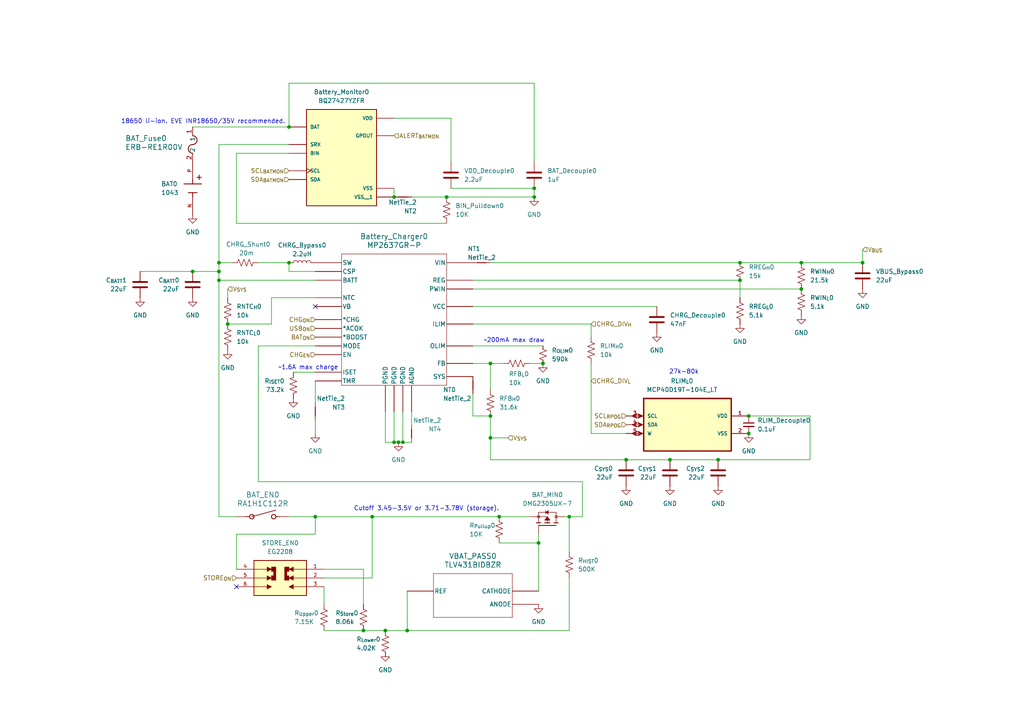
<source format=kicad_sch>
(kicad_sch (version 20250114) (generator "eeschema") (generator_version "9.0")
  (paper "A4")
  (title_block (title "Stenoswitch") (rev "0.1") (company "https://github.com/Bennett-Petzold/port_plover") (comment 1 "NO WARRANTY. See license.") (comment 2 "https://creativecommons.org/licenses/by-sa/4.0/") (comment 3 "© 2025. This work is openly licensed via CC BY-SA 4.0."))
  (lib_symbols
    (symbol "1042:1042" (pin_names (offset 1.016))
      (property "Reference" "BT" (at -3.81 3.81 0))
      (property "Value" "1042" (at -3.81 -5.08 0))
      (symbol "1042_0_0"
        (polyline (pts (xy -3.81 1.905) (xy -2.54 1.905)) (stroke (width 0.254)))
        (polyline (pts (xy -3.175 2.54) (xy -3.175 1.27)) (stroke (width 0.254)))
        (polyline (pts (xy -1.27 2.54) (xy -1.27 -2.54)) (stroke (width 0.254)))
        (polyline (pts (xy -1.27 0) (xy -2.54 0)) (stroke (width 0.254)))
        (polyline (pts (xy 1.27 1.27) (xy 1.27 -1.27)) (stroke (width 0.254)))
        (polyline (pts (xy 1.27 0) (xy 2.54 0)) (stroke (width 0.254)))
        (pin passive line (at -7.62 0 0) (length 5.08) (name "~") (number "P"))
        (pin passive line (at 7.62 0 180) (length 5.08) (name "~") (number "N"))
      )
    )
    (symbol "BQ27427YZFR:BQ27427YZFR" (pin_numbers (hide yes)) (pin_names (offset 1.016))
      (property "Reference" "Battery_Monitor0" (at 0 17.78 0))
      (property "Value" "BQ27427YZFR" (at 0 15.24 0))
      (symbol "BQ27427YZFR_0_0"
        (rectangle (start -10.16 12.7) (end 10.16 -15.24) (stroke (width 0.254)) (fill (type background)))
        (pin input line (at -15.24 7.62 0) (length 5.08) (name "BAT") (number "C3"))
        (pin input line (at -15.24 2.54 0) (length 5.08) (name "SRX") (number "C2"))
        (pin input line (at -15.24 0 0) (length 5.08) (name "BIN") (number "B1"))
        (pin bidirectional clock (at -15.24 -5.08 0) (length 5.08) (name "SCL") (number "A3"))
        (pin bidirectional line (at -15.24 -7.62 0) (length 5.08) (name "SDA") (number "A2"))
        (pin output line (at 15.24 10.16 180) (length 5.08) (name "VDD") (number "B3"))
        (pin output line (at 15.24 5.08 180) (length 5.08) (name "GPOUT") (number "A1"))
        (pin power_in line (at 15.24 -10.16 180) (length 5.08) (name "VSS") (number "B2"))
        (pin power_in line (at 15.24 -12.7 180) (length 5.08) (name "VSS__1") (number "C1"))
      )
    )
    (symbol "DMG2305UX-7:DMG2305UX-7" (pin_numbers (hide yes)) (pin_names (offset 1.016))
      (property "Reference" "Q" (at -8.89 3.81 0))
      (property "Value" "DMG2305UX-7" (at -8.89 -6.35 0))
      (symbol "DMG2305UX-7_0_0"
        (polyline (pts (xy 0 -2.54) (xy 0 2.54)) (stroke (width 0.254)))
        (polyline (pts (xy 0.762 1.905) (xy 0.762 3.175)) (stroke (width 0.254)))
        (polyline (pts (xy 0.762 0) (xy 0.762 0.762)) (stroke (width 0.254)))
        (polyline (pts (xy 0.762 0) (xy 2.54 0)) (stroke (width 0.1524)))
        (polyline (pts (xy 0.762 -0.762) (xy 0.762 0)) (stroke (width 0.254)))
        (polyline (pts (xy 0.762 -2.54) (xy 0.762 -1.905)) (stroke (width 0.254)))
        (polyline (pts (xy 0.762 -2.54) (xy 2.54 -2.54)) (stroke (width 0.1524)))
        (polyline (pts (xy 0.762 -3.175) (xy 0.762 -2.54)) (stroke (width 0.254)))
        (circle (center 2.54 2.54) (radius 0.3592))
        (polyline (pts (xy 2.54 0) (xy 1.524 0.762) (xy 1.524 -0.762) (xy 2.54 0)) (stroke (width 0.1524)) (fill (type outline)))
        (polyline (pts (xy 2.54 -2.54) (xy 2.54 0)) (stroke (width 0.1524)))
        (polyline (pts (xy 2.54 -2.54) (xy 3.81 -2.54)) (stroke (width 0.1524)))
        (circle (center 2.54 -2.54) (radius 0.3592))
        (polyline (pts (xy 3.81 2.54) (xy 0.762 2.54)) (stroke (width 0.1524)))
        (polyline (pts (xy 3.81 2.54) (xy 3.81 -0.508)) (stroke (width 0.1524)))
        (polyline (pts (xy 3.81 -0.508) (xy 3.302 -0.508)) (stroke (width 0.1524)))
        (polyline (pts (xy 3.81 -0.508) (xy 3.81 -2.54)) (stroke (width 0.1524)))
        (polyline (pts (xy 3.81 -0.508) (xy 3.302 0.254) (xy 4.318 0.254) (xy 3.81 -0.508)) (stroke (width 0.1524)) (fill (type outline)))
        (polyline (pts (xy 4.318 -0.508) (xy 3.81 -0.508)) (stroke (width 0.1524)))
        (pin passive line (at -2.54 -2.54 0) (length 2.54) (name "~") (number "1"))
        (pin passive line (at 2.54 5.08 270) (length 2.54) (name "~") (number "3"))
        (pin passive line (at 2.54 -5.08 90) (length 2.54) (name "~") (number "2"))
      )
    )
    (symbol "Device:C" (pin_numbers (hide yes)) (pin_names (offset 0.254))
      (property "Reference" "C" (at 0.635 2.54 0))
      (property "Value" "C" (at 0.635 -2.54 0))
      (symbol "C_0_1"
        (polyline (pts (xy -2.032 0.762) (xy 2.032 0.762)) (stroke (width 0.508)))
        (polyline (pts (xy -2.032 -0.762) (xy 2.032 -0.762)) (stroke (width 0.508)))
      )
      (symbol "C_1_1"
        (pin passive line (at 0 3.81 270) (length 2.794) (name "~") (number "1"))
        (pin passive line (at 0 -3.81 90) (length 2.794) (name "~") (number "2"))
      )
    )
    (symbol "Device:C_Small" (pin_numbers (hide yes)) (pin_names (offset 0.254) (hide yes))
      (property "Reference" "C" (at 0.254 1.778 0))
      (property "Value" "C_Small" (at 0.254 -2.032 0))
      (symbol "C_Small_0_1"
        (polyline (pts (xy -1.524 0.508) (xy 1.524 0.508)) (stroke (width 0.3048)))
        (polyline (pts (xy -1.524 -0.508) (xy 1.524 -0.508)) (stroke (width 0.3302)))
      )
      (symbol "C_Small_1_1"
        (pin passive line (at 0 2.54 270) (length 2.032) (name "~") (number "1"))
        (pin passive line (at 0 -2.54 90) (length 2.032) (name "~") (number "2"))
      )
    )
    (symbol "Device:L" (pin_numbers (hide yes)) (pin_names (offset 1.016) (hide yes))
      (property "Reference" "L" (at -1.27 0 90))
      (property "Value" "L" (at 1.905 0 90))
      (symbol "L_0_1"
        (arc (start 0 2.54) (mid 0.6323 1.905) (end 0 1.27))
        (arc (start 0 1.27) (mid 0.6323 0.635) (end 0 0))
        (arc (start 0 0) (mid 0.6323 -0.635) (end 0 -1.27))
        (arc (start 0 -1.27) (mid 0.6323 -1.905) (end 0 -2.54))
      )
      (symbol "L_1_1"
        (pin passive line (at 0 3.81 270) (length 1.27) (name "1") (number "1"))
        (pin passive line (at 0 -3.81 90) (length 1.27) (name "2") (number "2"))
      )
    )
    (symbol "Device:NetTie_2" (pin_numbers (hide yes)) (pin_names (offset 0) (hide yes)) (in_bom no)
      (property "Reference" "NT" (at 0 1.27 0))
      (property "Value" "NetTie_2" (at 0 -1.27 0))
      (symbol "NetTie_2_0_1"
        (polyline (pts (xy -1.27 0) (xy 1.27 0)) (stroke (width 0.254)))
      )
      (symbol "NetTie_2_1_1"
        (pin passive line (at -2.54 0 0) (length 2.54) (name "1") (number "1"))
        (pin passive line (at 2.54 0 180) (length 2.54) (name "2") (number "2"))
      )
    )
    (symbol "Device:R_Small_US" (pin_numbers (hide yes)) (pin_names (offset 0.254) (hide yes))
      (property "Reference" "R" (at 0.762 0.508 0))
      (property "Value" "R_Small_US" (at 0.762 -1.016 0))
      (symbol "R_Small_US_1_1"
        (polyline (pts (xy 0 1.524) (xy 1.016 1.143) (xy 0 0.762) (xy -1.016 0.381) (xy 0 0)))
        (polyline (pts (xy 0 0) (xy 1.016 -0.381) (xy 0 -0.762) (xy -1.016 -1.143) (xy 0 -1.524)))
        (pin passive line (at 0 2.54 270) (length 1.016) (name "~") (number "1"))
        (pin passive line (at 0 -2.54 90) (length 1.016) (name "~") (number "2"))
      )
    )
    (symbol "Device:R_US" (pin_numbers (hide yes)) (pin_names (offset 0))
      (property "Reference" "R" (at 2.54 0 90))
      (property "Value" "R_US" (at -2.54 0 90))
      (symbol "R_US_0_1"
        (polyline (pts (xy 0 2.286) (xy 0 2.54)))
        (polyline (pts (xy 0 2.286) (xy 1.016 1.905) (xy 0 1.524) (xy -1.016 1.143) (xy 0 0.762)))
        (polyline (pts (xy 0 0.762) (xy 1.016 0.381) (xy 0 0) (xy -1.016 -0.381) (xy 0 -0.762)))
        (polyline (pts (xy 0 -0.762) (xy 1.016 -1.143) (xy 0 -1.524) (xy -1.016 -1.905) (xy 0 -2.286)))
        (polyline (pts (xy 0 -2.286) (xy 0 -2.54)))
      )
      (symbol "R_US_1_1"
        (pin passive line (at 0 3.81 270) (length 1.27) (name "~") (number "1"))
        (pin passive line (at 0 -3.81 90) (length 1.27) (name "~") (number "2"))
      )
    )
    (symbol "EG2208:EG2208" (pin_names (offset 1.016))
      (property "Reference" "S" (at -7.62 6.35 0))
      (property "Value" "EG2208" (at -7.62 -7.62 0))
      (symbol "EG2208_0_0"
        (polyline (pts (xy -7.62 2.54) (xy -3.81 2.54)) (stroke (width 0.1524)))
        (polyline (pts (xy -7.62 0) (xy -3.81 0)) (stroke (width 0.1524)))
        (polyline (pts (xy -7.62 -2.54) (xy -3.81 -2.54)) (stroke (width 0.1524)))
        (rectangle (start -7.62 -5.08) (end 7.62 5.08) (stroke (width 0.254)) (fill (type background)))
        (polyline (pts (xy -3.81 3.175) (xy -3.81 1.905) (xy -2.54 2.54) (xy -3.81 3.175)) (stroke (width 0.1524)) (fill (type outline)))
        (polyline (pts (xy -3.81 0.635) (xy -3.81 -0.635) (xy -2.54 0) (xy -3.81 0.635)) (stroke (width 0.1524)) (fill (type outline)))
        (polyline (pts (xy -3.81 -1.905) (xy -3.81 -3.175) (xy -2.54 -2.54) (xy -3.81 -1.905)) (stroke (width 0.1524)) (fill (type outline)))
        (polyline (pts (xy -2.54 1.905) (xy -2.54 3.175) (xy -1.27 3.175) (xy -1.27 -0.635) (xy -2.54 -0.635) (xy -2.54 0.635) (xy -1.905 0.635) (xy -1.905 1.905) (xy -2.54 1.905)) (stroke (width 0.1524)) (fill (type outline)))
        (polyline (pts (xy 2.54 0.635) (xy 2.54 -0.635) (xy 1.27 -0.635) (xy 1.27 3.175) (xy 2.54 3.175) (xy 2.54 1.905) (xy 1.905 1.905) (xy 1.905 0.635) (xy 2.54 0.635)) (stroke (width 0.1524)) (fill (type outline)))
        (polyline (pts (xy 3.81 1.905) (xy 3.81 3.175) (xy 2.54 2.54) (xy 3.81 1.905)) (stroke (width 0.1524)) (fill (type outline)))
        (polyline (pts (xy 3.81 -0.635) (xy 3.81 0.635) (xy 2.54 0) (xy 3.81 -0.635)) (stroke (width 0.1524)) (fill (type outline)))
        (polyline (pts (xy 3.81 -3.175) (xy 3.81 -1.905) (xy 2.54 -2.54) (xy 3.81 -3.175)) (stroke (width 0.1524)) (fill (type outline)))
        (polyline (pts (xy 7.62 2.54) (xy 3.81 2.54)) (stroke (width 0.1524)))
        (polyline (pts (xy 7.62 0) (xy 3.81 0)) (stroke (width 0.1524)))
        (polyline (pts (xy 7.62 -2.54) (xy 3.81 -2.54)) (stroke (width 0.1524)))
        (pin passive line (at -12.7 2.54 0) (length 5.08) (name "~") (number "1"))
        (pin passive line (at -12.7 0 0) (length 5.08) (name "~") (number "2"))
        (pin passive line (at -12.7 -2.54 0) (length 5.08) (name "~") (number "3"))
        (pin passive line (at 12.7 2.54 180) (length 5.08) (name "~") (number "4"))
        (pin passive line (at 12.7 0 180) (length 5.08) (name "~") (number "5"))
        (pin passive line (at 12.7 -2.54 180) (length 5.08) (name "~") (number "6"))
      )
    )
    (symbol "ERB_RE1R00V:ERB-RE1R00V" (pin_names (offset 0.254))
      (property "Reference" "F" (at 5.08 3.175 0))
      (property "Value" "ERB-RE1R00V" (at 5.08 -3.175 0))
      (symbol "ERB-RE1R00V_1_1"
        (arc (start 2.54 0) (mid 3.81 1.2645) (end 5.08 0) (stroke (width 0.254)))
        (arc (start 7.62 0) (mid 6.35 -1.2645) (end 5.08 0) (stroke (width 0.254)))
        (pin unspecified line (at 0 0 0) (length 2.54) (name "1") (number "1"))
        (pin unspecified line (at 10.16 0 180) (length 2.54) (name "2") (number "2"))
      )
      (symbol "ERB-RE1R00V_1_2"
        (arc (start 0 7.62) (mid 1.2645 6.35) (end 0 5.08) (stroke (width 0.254)))
        (arc (start 0 2.54) (mid -1.2645 3.81) (end 0 5.08) (stroke (width 0.254)))
        (pin unspecified line (at 0 10.16 270) (length 2.54) (name "2") (number "2"))
        (pin unspecified line (at 0 0 90) (length 2.54) (name "1") (number "1"))
      )
    )
    (symbol "MCP40D19T-104E_LT:MCP40D19T-104E_LT" (pin_names (offset 1.016))
      (property "Reference" "U" (at -5.1096 7.423 0))
      (property "Value" "MCP40D19T-104E_LT" (at -5.1654 -14.7583 0))
      (symbol "MCP40D19T-104E_LT_0_0"
        (rectangle (start -12.7 -10.16) (end 12.7 5.08) (stroke (width 0.4064)) (fill (type background)))
        (polyline (pts (xy 13.208 0) (xy 14.2748 0.508)) (stroke (width 0.4064)))
        (polyline (pts (xy 13.208 0) (xy 14.2748 -0.508)) (stroke (width 0.4064)))
        (polyline (pts (xy 13.208 -2.54) (xy 14.2748 -2.032)) (stroke (width 0.4064)))
        (polyline (pts (xy 13.208 -2.54) (xy 14.2748 -3.048)) (stroke (width 0.4064)))
        (polyline (pts (xy 13.208 -5.08) (xy 14.2748 -4.572)) (stroke (width 0.4064)))
        (polyline (pts (xy 13.208 -5.08) (xy 14.2748 -5.588)) (stroke (width 0.4064)))
        (polyline (pts (xy 14.7828 0.508) (xy 15.8242 0)) (stroke (width 0.4064)))
        (polyline (pts (xy 14.7828 -0.508) (xy 15.8242 0)) (stroke (width 0.4064)))
        (polyline (pts (xy 14.7828 -2.032) (xy 15.8242 -2.54)) (stroke (width 0.4064)))
        (polyline (pts (xy 14.7828 -3.048) (xy 15.8242 -2.54)) (stroke (width 0.4064)))
        (polyline (pts (xy 14.7828 -4.572) (xy 15.8242 -5.08)) (stroke (width 0.4064)))
        (polyline (pts (xy 14.7828 -5.588) (xy 15.8242 -5.08)) (stroke (width 0.4064)))
        (pin power_in line (at -17.78 0 0) (length 5.08) (name "VDD") (number "1"))
        (pin power_in line (at -17.78 -5.08 0) (length 5.08) (name "VSS") (number "2"))
        (pin bidirectional line (at 17.78 0 180) (length 5.08) (name "SCL") (number "3"))
        (pin bidirectional line (at 17.78 -2.54 180) (length 5.08) (name "SDA") (number "4"))
        (pin bidirectional line (at 17.78 -5.08 180) (length 5.08) (name "W") (number "5"))
      )
    )
    (symbol "MP2637GR-P:MP2637GR-P" (pin_numbers (hide yes)) (pin_names (offset 0.254))
      (property "Reference" "Battery_Charger0" (at 22.86 10.16 0))
      (property "Value" "MP2637GR-P" (at 22.86 7.62 0))
      (symbol "MP2637GR-P_0_1"
        (polyline (pts (xy 7.62 5.08) (xy 7.62 -33.02)) (stroke (width 0.127)))
        (polyline (pts (xy 7.62 -33.02) (xy 38.1 -33.02)) (stroke (width 0.127)))
        (polyline (pts (xy 38.1 5.08) (xy 7.62 5.08)) (stroke (width 0.127)))
        (polyline (pts (xy 38.1 -33.02) (xy 38.1 5.08)) (stroke (width 0.127)))
        (pin unspecified line (at 0 2.54 0) (length 7.62) (name "SW") (number "22"))
        (pin unspecified line (at 0 0 0) (length 7.62) (name "CSP") (number "4"))
        (pin unspecified line (at 0 -2.54 0) (length 7.62) (name "BATT") (number "5"))
        (pin unspecified line (at 0 -7.62 0) (length 7.62) (name "NTC") (number "9"))
        (pin unspecified line (at 0 -10.16 0) (length 7.62) (name "VB") (number "17"))
        (pin unspecified line (at 0 -13.97 0) (length 7.62) (name "*CHG") (number "2"))
        (pin unspecified line (at 0 -16.51 0) (length 7.62) (name "*ACOK") (number "11"))
        (pin unspecified line (at 0 -19.05 0) (length 7.62) (name "*BOOST") (number "3"))
        (pin unspecified line (at 0 -21.59 0) (length 7.62) (name "MODE") (number "19"))
        (pin unspecified line (at 0 -24.13 0) (length 7.62) (name "EN") (number "18"))
        (pin unspecified line (at 0 -29.21 0) (length 7.62) (name "ISET") (number "8"))
        (pin unspecified line (at 0 -31.75 0) (length 7.62) (name "TMR") (number "13"))
        (pin power_in line (at 20.32 -40.64 90) (length 7.62) (name "PGND") (number "23"))
        (pin power_in line (at 22.86 -40.64 90) (length 7.62) (name "PGND") (number "24"))
        (pin power_in line (at 25.4 -40.64 90) (length 7.62) (name "PGND") (number "1"))
        (pin power_in line (at 27.94 -40.64 90) (length 7.62) (name "AGND") (number "6"))
        (pin power_in line (at 45.72 2.54 180) (length 7.62) (name "VIN") (number "20"))
        (pin unspecified line (at 45.72 -2.54 180) (length 7.62) (name "REG") (number "12"))
        (pin unspecified line (at 45.72 -5.08 180) (length 7.62) (name "PWIN") (number "14"))
        (pin power_in line (at 45.72 -10.16 180) (length 7.62) (name "VCC") (number "16"))
        (pin unspecified line (at 45.72 -15.24 180) (length 7.62) (name "ILIM") (number "15"))
        (pin unspecified line (at 45.72 -21.59 180) (length 7.62) (name "OLIM") (number "7"))
        (pin unspecified line (at 45.72 -26.67 180) (length 7.62) (name "FB") (number "10"))
        (pin unspecified line (at 45.72 -30.48 180) (length 7.62) (name "SYS") (number "21"))
      )
    )
    (symbol "RA1H1C112R:RA1H1C112R" (pin_numbers (hide yes)) (pin_names (offset 0.254) (hide yes))
      (property "Reference" "SW" (at 7.62 3.81 0))
      (property "Value" "RA1H1C112R" (at 0 0 0))
      (symbol "RA1H1C112R_0_1"
        (polyline (pts (xy 2.54 0) (xy 3.81 0)) (stroke (width 0.2032)))
        (polyline (pts (xy 4.445 0) (xy 11.43 1.905)) (stroke (width 0.2032)))
        (circle (center 4.445 0) (radius 0.635) (stroke (width 0.254)))
        (circle (center 10.795 0) (radius 0.635) (stroke (width 0.254)))
        (polyline (pts (xy 12.7 0) (xy 11.43 0)) (stroke (width 0.2032)))
      )
      (symbol "RA1H1C112R_1_1"
        (pin passive line (at 0 0 0) (length 2.54) (name "1") (number "1"))
        (pin passive line (at 15.24 0 180) (length 2.54) (name "2") (number "2"))
      )
    )
    (symbol "TLV431BIDBZR:TLV431BIDBZR" (pin_numbers (hide yes)) (pin_names (offset 0.254))
      (property "Reference" "U" (at 33.02 10.16 0))
      (property "Value" "TLV431BIDBZR" (at 33.02 7.62 0))
      (symbol "TLV431BIDBZR_0_1"
        (polyline (pts (xy 21.59 5.08) (xy 21.59 -7.62)) (stroke (width 0.127)))
        (polyline (pts (xy 21.59 -7.62) (xy 44.45 -7.62)) (stroke (width 0.127)))
        (polyline (pts (xy 44.45 5.08) (xy 21.59 5.08)) (stroke (width 0.127)))
        (polyline (pts (xy 44.45 -7.62) (xy 44.45 5.08)) (stroke (width 0.127)))
      )
      (symbol "TLV431BIDBZR_1_1"
        (pin input line (at 13.97 0 0) (length 7.62) (name "REF") (number "1"))
        (pin output line (at 52.07 0 180) (length 7.62) (name "CATHODE") (number "2"))
        (pin power_in line (at 52.07 -3.81 180) (length 7.62) (name "ANODE") (number "3"))
      )
    )
    (symbol "power:GND" (power) (pin_numbers (hide yes)) (pin_names (offset 0) (hide yes))
      (property "Value" "GND" (at 0 -3.81 0))
      (symbol "GND_0_1"
        (polyline (pts (xy 0 0) (xy 0 -1.27) (xy 1.27 -1.27) (xy 0 -2.54) (xy -1.27 -1.27) (xy 0 -1.27)))
      )
      (symbol "GND_1_1"
        (pin power_in line (at 0 0 270) (length 0) (name "~") (number "1"))
      )
    )
  )
  (text "18650 li-ion. EVE INR18650/35V recommended." (at 58.928 35.306 0) (effects (font (size 1.27 1.27))))
  (text "~200mA max draw\n" (at 149.098 98.806 0) (effects (font (size 1.27 1.27))))
  (text "Cutoff 3.45-3.5V or 3.71-3.78V (storage).\n" (at 123.698 147.574 0) (effects (font (size 1.27 1.27))))
  (text "~1.6A max charge\n" (at 89.408 106.68 0) (effects (font (size 1.27 1.27))))
  (text "27k-80k" (at 198.374 107.95 0) (effects (font (size 1.27 1.27))))
  (junction (at 181.61 133.35))
  (junction (at 214.63 81.28))
  (junction (at 156.21 157.48))
  (junction (at 114.3 57.15))
  (junction (at 107.95 149.86))
  (junction (at 232.41 76.2))
  (junction (at 194.31 133.35))
  (junction (at 114.3 128.27))
  (junction (at 111.76 182.88))
  (junction (at 63.5 81.28))
  (junction (at 217.17 120.65))
  (junction (at 154.94 54.61))
  (junction (at 83.82 36.83))
  (junction (at 214.63 76.2))
  (junction (at 165.1 149.86))
  (junction (at 208.28 133.35))
  (junction (at 115.57 128.27))
  (junction (at 142.24 105.41))
  (junction (at 154.94 57.15))
  (junction (at 63.5 76.2))
  (junction (at 232.41 83.82))
  (junction (at 217.17 125.73))
  (junction (at 144.78 149.86))
  (junction (at 116.84 128.27))
  (junction (at 105.41 182.88))
  (junction (at 55.88 78.74))
  (junction (at 129.54 57.15))
  (junction (at 250.19 76.2))
  (junction (at 118.11 182.88))
  (junction (at 142.24 127))
  (junction (at 63.5 78.74))
  (junction (at 91.44 149.86))
  (junction (at 83.82 76.2))
  (junction (at 66.04 93.98))
  (junction (at 157.48 105.41))
  (junction (at 142.24 120.65))
  (no_connect (at 68.58 170.18))
  (no_connect (at 91.44 88.9))
  (wire (pts (xy 144.78 157.48) (xy 156.21 157.48)))
  (wire (pts (xy 137.16 81.28) (xy 214.63 81.28)))
  (wire (pts (xy 119.38 123.19) (xy 119.38 119.38)))
  (wire (pts (xy 250.19 76.2) (xy 250.19 72.39)))
  (wire (pts (xy 154.94 54.61) (xy 154.94 57.15)))
  (wire (pts (xy 107.95 149.86) (xy 107.95 167.64)))
  (wire (pts (xy 137.16 100.33) (xy 157.48 100.33)))
  (wire (pts (xy 93.98 182.88) (xy 105.41 182.88)))
  (wire (pts (xy 137.16 83.82) (xy 232.41 83.82)))
  (wire (pts (xy 105.41 165.1) (xy 105.41 175.26)))
  (wire (pts (xy 129.54 57.15) (xy 154.94 57.15)))
  (wire (pts (xy 91.44 125.73) (xy 91.44 121.92)))
  (wire (pts (xy 171.45 97.79) (xy 171.45 93.98)))
  (wire (pts (xy 165.1 182.88) (xy 165.1 167.64)))
  (wire (pts (xy 85.09 107.95) (xy 91.44 107.95)))
  (wire (pts (xy 111.76 128.27) (xy 114.3 128.27)))
  (wire (pts (xy 91.44 154.94) (xy 91.44 149.86)))
  (wire (pts (xy 194.31 133.35) (xy 208.28 133.35)))
  (wire (pts (xy 116.84 128.27) (xy 116.84 119.38)))
  (wire (pts (xy 63.5 76.2) (xy 63.5 78.74)))
  (wire (pts (xy 83.82 76.2) (xy 74.93 76.2)))
  (wire (pts (xy 78.74 86.36) (xy 91.44 86.36)))
  (wire (pts (xy 137.16 88.9) (xy 190.5 88.9)))
  (wire (pts (xy 171.45 93.98) (xy 137.16 93.98)))
  (wire (pts (xy 181.61 133.35) (xy 194.31 133.35)))
  (wire (pts (xy 142.24 105.41) (xy 142.24 113.03)))
  (wire (pts (xy 107.95 149.86) (xy 144.78 149.86)))
  (wire (pts (xy 68.58 165.1) (xy 68.58 154.94)))
  (wire (pts (xy 156.21 157.48) (xy 156.21 154.94)))
  (wire (pts (xy 63.5 81.28) (xy 91.44 81.28)))
  (wire (pts (xy 83.82 78.74) (xy 83.82 76.2)))
  (wire (pts (xy 63.5 81.28) (xy 63.5 149.86)))
  (wire (pts (xy 130.81 46.99) (xy 130.81 34.29)))
  (wire (pts (xy 156.21 157.48) (xy 156.21 171.45)))
  (wire (pts (xy 114.3 128.27) (xy 114.3 119.38)))
  (wire (pts (xy 214.63 86.36) (xy 214.63 81.28)))
  (wire (pts (xy 165.1 149.86) (xy 165.1 160.02)))
  (wire (pts (xy 208.28 133.35) (xy 234.95 133.35)))
  (wire (pts (xy 93.98 167.64) (xy 107.95 167.64)))
  (wire (pts (xy 142.24 127) (xy 142.24 133.35)))
  (wire (pts (xy 153.67 105.41) (xy 157.48 105.41)))
  (wire (pts (xy 83.82 24.13) (xy 154.94 24.13)))
  (wire (pts (xy 63.5 149.86) (xy 68.58 149.86)))
  (wire (pts (xy 66.04 83.82) (xy 66.04 86.36)))
  (wire (pts (xy 114.3 128.27) (xy 115.57 128.27)))
  (wire (pts (xy 68.58 44.45) (xy 83.82 44.45)))
  (wire (pts (xy 63.5 76.2) (xy 67.31 76.2)))
  (wire (pts (xy 168.91 149.86) (xy 165.1 149.86)))
  (wire (pts (xy 78.74 93.98) (xy 66.04 93.98)))
  (wire (pts (xy 91.44 149.86) (xy 107.95 149.86)))
  (wire (pts (xy 83.82 149.86) (xy 91.44 149.86)))
  (wire (pts (xy 142.24 120.65) (xy 137.16 120.65)))
  (wire (pts (xy 74.93 139.7) (xy 74.93 100.33)))
  (wire (pts (xy 119.38 57.15) (xy 129.54 57.15)))
  (wire (pts (xy 116.84 128.27) (xy 119.38 128.27)))
  (wire (pts (xy 55.88 36.83) (xy 83.82 36.83)))
  (wire (pts (xy 142.24 120.65) (xy 142.24 127)))
  (wire (pts (xy 181.61 125.73) (xy 171.45 125.73)))
  (wire (pts (xy 234.95 120.65) (xy 217.17 120.65)))
  (wire (pts (xy 105.41 182.88) (xy 111.76 182.88)))
  (wire (pts (xy 137.16 105.41) (xy 142.24 105.41)))
  (wire (pts (xy 55.88 78.74) (xy 63.5 78.74)))
  (wire (pts (xy 130.81 34.29) (xy 114.3 34.29)))
  (wire (pts (xy 234.95 133.35) (xy 234.95 120.65)))
  (wire (pts (xy 114.3 54.61) (xy 114.3 57.15)))
  (wire (pts (xy 63.5 41.91) (xy 83.82 41.91)))
  (wire (pts (xy 168.91 139.7) (xy 74.93 139.7)))
  (wire (pts (xy 115.57 128.27) (xy 116.84 128.27)))
  (wire (pts (xy 118.11 171.45) (xy 118.11 182.88)))
  (wire (pts (xy 168.91 149.86) (xy 168.91 139.7)))
  (wire (pts (xy 111.76 128.27) (xy 111.76 119.38)))
  (wire (pts (xy 142.24 76.2) (xy 214.63 76.2)))
  (wire (pts (xy 165.1 149.86) (xy 163.83 149.86)))
  (wire (pts (xy 91.44 78.74) (xy 83.82 78.74)))
  (wire (pts (xy 111.76 182.88) (xy 118.11 182.88)))
  (wire (pts (xy 68.58 64.77) (xy 68.58 44.45)))
  (wire (pts (xy 142.24 105.41) (xy 146.05 105.41)))
  (wire (pts (xy 137.16 114.3) (xy 137.16 120.65)))
  (wire (pts (xy 154.94 46.99) (xy 154.94 24.13)))
  (wire (pts (xy 171.45 105.41) (xy 171.45 125.73)))
  (wire (pts (xy 78.74 86.36) (xy 78.74 93.98)))
  (wire (pts (xy 111.76 190.5) (xy 111.76 189.23)))
  (wire (pts (xy 147.32 127) (xy 142.24 127)))
  (wire (pts (xy 129.54 64.77) (xy 68.58 64.77)))
  (wire (pts (xy 63.5 78.74) (xy 63.5 81.28)))
  (wire (pts (xy 40.64 78.74) (xy 55.88 78.74)))
  (wire (pts (xy 118.11 182.88) (xy 165.1 182.88)))
  (wire (pts (xy 130.81 54.61) (xy 154.94 54.61)))
  (wire (pts (xy 83.82 24.13) (xy 83.82 36.83)))
  (wire (pts (xy 232.41 76.2) (xy 250.19 76.2)))
  (wire (pts (xy 144.78 149.86) (xy 153.67 149.86)))
  (wire (pts (xy 214.63 76.2) (xy 232.41 76.2)))
  (wire (pts (xy 63.5 41.91) (xy 63.5 76.2)))
  (wire (pts (xy 93.98 165.1) (xy 105.41 165.1)))
  (wire (pts (xy 93.98 170.18) (xy 93.98 175.26)))
  (wire (pts (xy 91.44 116.84) (xy 91.44 110.49)))
  (wire (pts (xy 142.24 133.35) (xy 181.61 133.35)))
  (wire (pts (xy 68.58 154.94) (xy 91.44 154.94)))
  (wire (pts (xy 74.93 100.33) (xy 91.44 100.33)))
  (hierarchical_label "CHRG_DIV_{H}" (shape input) (at 171.45 93.98 0))
  (hierarchical_label "CHRG_DIV_{L}" (shape input) (at 171.45 110.49 0))
  (hierarchical_label "V_{SYS}" (shape input) (at 147.32 127 0))
  (hierarchical_label "ALERT_{BATMON}" (shape input) (at 114.3 39.37 0))
  (hierarchical_label "BAT_{ON}" (shape input) (at 91.44 97.79 180))
  (hierarchical_label "V_{SYS}" (shape input) (at 66.04 83.82 0))
  (hierarchical_label "V_{BUS}" (shape input) (at 250.19 72.39 0))
  (hierarchical_label "SDA_{RPOG}" (shape input) (at 181.61 123.19 180))
  (hierarchical_label "SCL_{RPOG}" (shape input) (at 181.61 120.65 180))
  (hierarchical_label "STORE_{ON}" (shape input) (at 68.58 167.64 180))
  (hierarchical_label "USB_{ON}" (shape input) (at 91.44 95.25 180))
  (hierarchical_label "CHG_{ON}" (shape input) (at 91.44 92.71 180))
  (hierarchical_label "CHG_{EN}" (shape input) (at 91.44 102.87 180))
  (hierarchical_label "SCL_{BATMON}" (shape input) (at 83.82 49.53 180))
  (hierarchical_label "SDA_{BATMON}" (shape input) (at 83.82 52.07 180))
  (symbol (lib_id "Device:R_Small_US") (at 214.63 78.74 0) (unit 1)
    (property "Reference" "RREG_{H}0" (at 217.17 77.4699 0) (effects (justify left)))
    (property "Value" "15k" (at 217.17 80.0099 0) (effects (justify left)))
    (property "Footprint" "Resistor_SMD:R_0805_2012Metric" (effects (hide yes)))
    (property "Datasheet" "https://www.digikey.com/en/products/detail/stackpole-electronics-inc/RMCF0805FT15K0/1760487" (effects (hide yes)))
    (property "Description" "Resistor, small US symbol" (effects (hide yes)))
  )
  (symbol (lib_id "power:GND") (at 181.61 140.97 0) (unit 1)
    (property "Reference" "#PWR012" (effects (hide yes)))
    (property "Value" "GND" (at 181.61 146.05 0))
    (property "Description" "Power symbol creates a global label with name \"GND\" , ground" (effects (hide yes)))
    (instances (project "portable_steno" (path "" (reference "#PWR030") (unit 1))) (project "right_hand" (path "" (reference "#PWR012") (unit 1))))
  )
  (symbol (lib_id "power:GND") (at 85.09 115.57 0) (unit 1)
    (property "Reference" "#PWR04" (effects (hide yes)))
    (property "Value" "GND" (at 85.09 120.65 0))
    (property "Description" "Power symbol creates a global label with name \"GND\" , ground" (effects (hide yes)))
    (instances (project "portable_steno" (path "" (reference "#PWR021") (unit 1))) (project "right_hand" (path "" (reference "#PWR04") (unit 1))))
  )
  (symbol (lib_id "Device:R_US") (at 111.76 186.69 0) (unit 1)
    (property "Reference" "R_{Lower}0" (at 103.378 185.42 0) (effects (justify left)))
    (property "Value" "4.02K" (at 103.378 187.96 0) (effects (justify left)))
    (property "Footprint" "Resistor_SMD:R_0805_2012Metric" (effects (hide yes)))
    (property "Datasheet" "https://www.digikey.com/en/products/detail/stackpole-electronics-inc/RNCP0805FTD4K02/2240247" (effects (hide yes)))
    (property "Description" "Resistor, US symbol" (effects (hide yes)))
  )
  (symbol (lib_id "DMG2305UX-7:DMG2305UX-7") (at 158.75 152.4 270) (mirror x) (unit 1)
    (property "Reference" "BAT_MIN0" (at 158.75 143.51 90))
    (property "Value" "DMG2305UX-7" (at 158.75 146.05 90))
    (property "Footprint" "SOT91P240X110-3N_DMG2305UX-7" (effects (hide yes)))
    (property "PARTREV" "09/2018" (effects (hide yes)))
    (property "MANUFACTURER" "Diodes Inc." (effects (hide yes)))
    (property "MAXIMUM_PACKAGE_HEIGHT" "1.1mm" (effects (hide yes)))
    (property "STANDARD" "IPC-7351B" (effects (hide yes)))
  )
  (symbol (lib_id "power:GND") (at 157.48 105.41 0) (unit 1)
    (property "Reference" "#PWR011" (effects (hide yes)))
    (property "Value" "GND" (at 157.48 110.49 0))
    (property "Description" "Power symbol creates a global label with name \"GND\" , ground" (effects (hide yes)))
    (instances (project "portable_steno" (path "" (reference "#PWR013") (unit 1))) (project "right_hand" (path "" (reference "#PWR011") (unit 1))))
  )
  (symbol (lib_id "BQ27427YZFR:BQ27427YZFR") (at 99.06 44.45 0) (unit 1)
    (property "Reference" "Battery_Monitor0" (at 99.06 26.67 0))
    (property "Value" "BQ27427YZFR" (at 99.06 29.21 0))
    (property "Footprint" "IC_BQ27427YZFR" (effects (hide yes)))
    (property "PARTREV" "December 2022" (effects (hide yes)))
    (property "MANUFACTURER" "Texas Instruments" (effects (hide yes)))
    (property "SNAPEDA_PN" "BQ27427YZFR" (effects (hide yes)))
    (property "MAXIMUM_PACKAGE_HEIGHT" "0.625mm" (effects (hide yes)))
    (property "STANDARD" "Manufacturer Recommendations" (effects (hide yes)))
  )
  (symbol (lib_id "Device:R_US") (at 66.04 97.79 0) (unit 1)
    (property "Reference" "RNTC_{L}0" (at 68.58 96.5199 0) (effects (justify left)))
    (property "Value" "10k" (at 68.58 99.0599 0) (effects (justify left)))
    (property "Footprint" "Resistor_SMD:R_0805_2012Metric" (effects (hide yes)))
    (property "Datasheet" "https://www.digikey.com/en/products/detail/stackpole-electronics-inc/RMCF0805FT10K0/1760676" (effects (hide yes)))
    (property "Description" "Resistor, US symbol" (effects (hide yes)))
  )
  (symbol (lib_id "Device:R_US") (at 232.41 87.63 0) (unit 1)
    (property "Reference" "RWIN_{L}0" (at 234.95 86.3599 0) (effects (justify left)))
    (property "Value" "5.1k" (at 234.95 88.8999 0) (effects (justify left)))
    (property "Footprint" "Resistor_SMD:R_0805_2012Metric" (effects (hide yes)))
    (property "Datasheet" "https://www.digikey.com/en/products/detail/stackpole-electronics-inc/RMCF0805JT5K10/1757930" (effects (hide yes)))
    (property "Description" "Resistor, US symbol" (effects (hide yes)))
  )
  (symbol (lib_id "Device:C") (at 181.61 137.16 0) (unit 1)
    (property "Reference" "C_{SYS}0" (at 177.8 135.8899 0) (effects (justify right)))
    (property "Value" "22uF" (at 177.8 138.4299 0) (effects (justify right)))
    (property "Footprint" "Capacitor_SMD:C_1206_3216Metric" (effects (hide yes)))
    (property "Datasheet" "https://www.digikey.com/en/products/detail/samsung-electro-mechanics/CL31A226KAHNNNE/3888705" (effects (hide yes)))
    (property "Description" "Unpolarized capacitor" (effects (hide yes)))
  )
  (symbol (lib_id "Device:C") (at 130.81 50.8 0) (unit 1)
    (property "Reference" "VDD_Decouple0" (at 134.62 49.5299 0) (effects (justify left)))
    (property "Value" "2.2uF" (at 134.62 52.0699 0) (effects (justify left)))
    (property "Footprint" "Capacitor_SMD:C_0805_2012Metric" (effects (hide yes)))
    (property "Datasheet" "https://www.digikey.com/en/products/detail/tdk-corporation/C2012X7R1C225K125AB/569046" (effects (hide yes)))
    (property "Description" "Unpolarized capacitor" (effects (hide yes)))
  )
  (symbol (lib_id "power:GND") (at 232.41 91.44 0) (unit 1)
    (property "Reference" "#PWR018" (effects (hide yes)))
    (property "Value" "GND" (at 232.41 96.52 0))
    (property "Description" "Power symbol creates a global label with name \"GND\" , ground" (effects (hide yes)))
    (instances (project "portable_steno" (path "" (reference "#PWR024") (unit 1))) (project "right_hand" (path "" (reference "#PWR018") (unit 1))))
  )
  (symbol (lib_id "RA1H1C112R:RA1H1C112R") (at 68.58 149.86 0) (unit 1)
    (property "Reference" "BAT_EN0" (at 76.2 143.51 0) (effects (font (size 1.524 1.524))))
    (property "Value" "RA1H1C112R" (at 76.2 146.05 0) (effects (font (size 1.524 1.524))))
    (property "Footprint" "SW_RA1H1C112R_EWI" (effects (hide yes)))
    (property "Datasheet" "RA1H1C112R" (effects (hide yes)))
  )
  (symbol (lib_id "power:GND") (at 40.64 86.36 0) (unit 1)
    (property "Reference" "#PWR00" (effects (hide yes)))
    (property "Value" "GND" (at 40.64 91.44 0))
    (property "Description" "Power symbol creates a global label with name \"GND\" , ground" (effects (hide yes)))
    (instances (project "portable_steno" (path "" (reference "#PWR027") (unit 1))) (project "right_hand" (path "" (reference "#PWR00") (unit 1))))
  )
  (symbol (lib_id "TLV431BIDBZR:TLV431BIDBZR") (at 104.14 171.45 0) (unit 1)
    (property "Reference" "VBAT_PASS0" (at 137.16 161.29 0) (effects (font (size 1.524 1.524))))
    (property "Value" "TLV431BIDBZR" (at 137.16 163.83 0) (effects (font (size 1.524 1.524))))
    (property "Footprint" "DBZ3" (effects (hide yes)))
    (property "Datasheet" "https://www.ti.com/lit/gpn/tlv431b" (effects (hide yes)))
  )
  (symbol (lib_id "Device:NetTie_2") (at 137.16 111.76 90) (unit 1) (in_bom no)
    (property "Reference" "NT0" (at 128.524 113.03 90) (effects (justify right)))
    (property "Value" "NetTie_2" (at 128.524 115.57 90) (effects (justify right)))
    (property "Footprint" "NetTie:NetTie-2_SMD_Pad0.5mm" (effects (hide yes)))
    (property "Description" "Net tie, 2 pins" (effects (hide yes)))
  )
  (symbol (lib_id "Device:R_US") (at 71.12 76.2 90) (unit 1)
    (property "Reference" "CHRG_Shunt0" (at 65.532 70.866 90) (effects (justify right)))
    (property "Value" "20m" (at 69.342 73.406 90) (effects (justify right)))
    (property "Footprint" "Resistor_SMD:R_0805_2012Metric" (effects (hide yes)))
    (property "Datasheet" "https://www.digikey.com/en/products/detail/stackpole-electronics-inc/CSS0805FT20L0/6271917" (effects (hide yes)))
    (property "Description" "Resistor, US symbol" (effects (hide yes)))
  )
  (symbol (lib_id "Device:C") (at 194.31 137.16 0) (unit 1)
    (property "Reference" "C_{SYS}1" (at 190.5 135.8899 0) (effects (justify right)))
    (property "Value" "22uF" (at 190.5 138.4299 0) (effects (justify right)))
    (property "Footprint" "Capacitor_SMD:C_1206_3216Metric" (effects (hide yes)))
    (property "Datasheet" "https://www.digikey.com/en/products/detail/samsung-electro-mechanics/CL31A226KAHNNNE/3888705" (effects (hide yes)))
    (property "Description" "Unpolarized capacitor" (effects (hide yes)))
  )
  (symbol (lib_id "Device:R_US") (at 232.41 80.01 0) (unit 1)
    (property "Reference" "RWIN_{H}0" (at 234.95 78.7399 0) (effects (justify left)))
    (property "Value" "21.5k" (at 234.95 81.2799 0) (effects (justify left)))
    (property "Footprint" "Resistor_SMD:R_0805_2012Metric" (effects (hide yes)))
    (property "Datasheet" "https://www.digikey.com/en/products/detail/stackpole-electronics-inc/RMCF0805FT21K5/1760114" (effects (hide yes)))
    (property "Description" "Resistor, US symbol" (effects (hide yes)))
  )
  (symbol (lib_id "power:GND") (at 154.94 57.15 0) (unit 1)
    (property "Reference" "#PWR08" (effects (hide yes)))
    (property "Value" "GND" (at 154.94 62.23 0))
    (property "Description" "Power symbol creates a global label with name \"GND\" , ground" (effects (hide yes)))
    (instances (project "portable_steno" (path "" (reference "#PWR018") (unit 1))) (project "right_hand" (path "" (reference "#PWR08") (unit 1))))
  )
  (symbol (lib_id "Device:C") (at 190.5 92.71 0) (unit 1)
    (property "Reference" "CHRG_Decouple0" (at 194.31 91.4399 0) (effects (justify left)))
    (property "Value" "47nF" (at 194.31 93.9799 0) (effects (justify left)))
    (property "Footprint" "Capacitor_SMD:C_0805_2012Metric" (effects (hide yes)))
    (property "Datasheet" "https://www.digikey.com/en/products/detail/walsin-technology-corporation/0805B473J500CT/9355080" (effects (hide yes)))
    (property "Description" "Unpolarized capacitor" (effects (hide yes)))
  )
  (symbol (lib_id "power:GND") (at 214.63 93.98 0) (unit 1)
    (property "Reference" "#PWR016" (effects (hide yes)))
    (property "Value" "GND" (at 214.63 99.06 0))
    (property "Description" "Power symbol creates a global label with name \"GND\" , ground" (effects (hide yes)))
    (instances (project "portable_steno" (path "" (reference "#PWR012") (unit 1))) (project "right_hand" (path "" (reference "#PWR016") (unit 1))))
  )
  (symbol (lib_id "MP2637GR-P:MP2637GR-P") (at 91.44 78.74 0) (unit 1)
    (property "Reference" "Battery_Charger0" (at 114.3 68.58 0) (effects (font (size 1.524 1.524))))
    (property "Value" "MP2637GR-P" (at 114.3 71.12 0) (effects (font (size 1.524 1.524))))
    (property "Footprint" "QFN-24_MP2637_MNP" (effects (hide yes)))
    (property "Datasheet" "https://www.monolithicpower.com/en/documentview/productdocument/index/version/2/document_type/Datasheet/lang/en/sku/MP2637GR-Z" (effects (hide yes)))
  )
  (symbol (lib_id "power:GND") (at 217.17 125.73 0) (unit 1)
    (property "Reference" "#PWR017" (effects (hide yes)))
    (property "Value" "GND" (at 217.17 130.81 0))
    (property "Description" "Power symbol creates a global label with name \"GND\" , ground" (effects (hide yes)))
    (instances (project "portable_steno" (path "" (reference "#PWR023") (unit 1))) (project "right_hand" (path "" (reference "#PWR017") (unit 1))))
  )
  (symbol (lib_id "power:GND") (at 115.57 128.27 0) (unit 1)
    (property "Reference" "#PWR07" (effects (hide yes)))
    (property "Value" "GND" (at 115.57 133.35 0))
    (property "Description" "Power symbol creates a global label with name \"GND\" , ground" (effects (hide yes)))
    (instances (project "portable_steno" (path "" (reference "#PWR025") (unit 1))) (project "right_hand" (path "" (reference "#PWR07") (unit 1))))
  )
  (symbol (lib_id "Device:R_US") (at 66.04 90.17 0) (unit 1)
    (property "Reference" "RNTC_{H}0" (at 68.58 88.8999 0) (effects (justify left)))
    (property "Value" "10k" (at 68.58 91.4399 0) (effects (justify left)))
    (property "Footprint" "Resistor_SMD:R_0805_2012Metric" (effects (hide yes)))
    (property "Datasheet" "https://www.digikey.com/en/products/detail/stackpole-electronics-inc/RMCF0805FT10K0/1760676" (effects (hide yes)))
    (property "Description" "Resistor, US symbol" (effects (hide yes)))
  )
  (symbol (lib_id "power:GND") (at 190.5 96.52 0) (unit 1)
    (property "Reference" "#PWR013" (effects (hide yes)))
    (property "Value" "GND" (at 190.5 101.6 0))
    (property "Description" "Power symbol creates a global label with name \"GND\" , ground" (effects (hide yes)))
    (instances (project "portable_steno" (path "" (reference "#PWR010") (unit 1))) (project "right_hand" (path "" (reference "#PWR013") (unit 1))))
  )
  (symbol (lib_id "Device:R_US") (at 142.24 116.84 0) (unit 1)
    (property "Reference" "RFB_{H}0" (at 144.78 115.5699 0) (effects (justify left)))
    (property "Value" "31.6k" (at 144.78 118.1099 0) (effects (justify left)))
    (property "Footprint" "Resistor_SMD:R_0805_2012Metric" (effects (hide yes)))
    (property "Datasheet" "https://www.digikey.com/en/products/detail/stackpole-electronics-inc/RMCF0805FT31K6/1713019" (effects (hide yes)))
    (property "Description" "Resistor, US symbol" (effects (hide yes)))
  )
  (symbol (lib_id "Device:NetTie_2") (at 119.38 125.73 270) (unit 1) (in_bom no)
    (property "Reference" "NT4" (at 128.016 124.46 90) (effects (justify right)))
    (property "Value" "NetTie_2" (at 128.016 121.92 90) (effects (justify right)))
    (property "Footprint" "NetTie:NetTie-2_SMD_Pad0.5mm" (effects (hide yes)))
    (property "Description" "Net tie, 2 pins" (effects (hide yes)))
  )
  (symbol (lib_id "Device:NetTie_2") (at 116.84 57.15 180) (unit 1) (in_bom no)
    (property "Reference" "NT2" (at 120.904 61.214 0) (effects (justify left)))
    (property "Value" "NetTie_2" (at 120.904 58.674 0) (effects (justify left)))
    (property "Footprint" "NetTie:NetTie-2_SMD_Pad0.5mm" (effects (hide yes)))
    (property "Description" "Net tie, 2 pins" (effects (hide yes)))
  )
  (symbol (lib_id "power:GND") (at 194.31 140.97 0) (unit 1)
    (property "Reference" "#PWR014" (effects (hide yes)))
    (property "Value" "GND" (at 194.31 146.05 0))
    (property "Description" "Power symbol creates a global label with name \"GND\" , ground" (effects (hide yes)))
    (instances (project "portable_steno" (path "" (reference "#PWR031") (unit 1))) (project "right_hand" (path "" (reference "#PWR014") (unit 1))))
  )
  (symbol (lib_id "power:GND") (at 55.88 62.23 0) (unit 1)
    (property "Reference" "#PWR01" (effects (hide yes)))
    (property "Value" "GND" (at 55.88 67.31 0))
    (property "Description" "Power symbol creates a global label with name \"GND\" , ground" (effects (hide yes)))
    (instances (project "portable_steno" (path "" (reference "#PWR016") (unit 1))) (project "right_hand" (path "" (reference "#PWR01") (unit 1))))
  )
  (symbol (lib_id "Device:C") (at 55.88 82.55 0) (unit 1)
    (property "Reference" "C_{BATT}1" (at 52.07 81.2799 0) (effects (justify right)))
    (property "Value" "22uF" (at 52.07 83.8199 0) (effects (justify right)))
    (property "Footprint" "Capacitor_SMD:C_1206_3216Metric" (effects (hide yes)))
    (property "Datasheet" "https://www.digikey.com/en/products/detail/samsung-electro-mechanics/CL31A226KAHNNNE/3888705" (effects (hide yes)))
    (property "Description" "Unpolarized capacitor" (effects (hide yes)))
    (instances (project "portable_steno" (path "" (reference "C_{BATT}0") (unit 1))) (project "right_hand" (path "" (reference "C_{BATT}1") (unit 1))))
  )
  (symbol (lib_id "power:GND") (at 156.21 175.26 0) (unit 1)
    (property "Reference" "#PWR010" (effects (hide yes)))
    (property "Value" "GND" (at 156.21 180.34 0))
    (property "Description" "Power symbol creates a global label with name \"GND\" , ground" (effects (hide yes)))
    (instances (project "portable_steno" (path "" (reference "#PWR019") (unit 1))) (project "right_hand" (path "" (reference "#PWR010") (unit 1))))
  )
  (symbol (lib_id "power:GND") (at 208.28 140.97 0) (unit 1)
    (property "Reference" "#PWR015" (effects (hide yes)))
    (property "Value" "GND" (at 208.28 146.05 0))
    (property "Description" "Power symbol creates a global label with name \"GND\" , ground" (effects (hide yes)))
    (instances (project "portable_steno" (path "" (reference "#PWR028") (unit 1))) (project "right_hand" (path "" (reference "#PWR015") (unit 1))))
  )
  (symbol (lib_id "Device:R_US") (at 93.98 179.07 0) (unit 1)
    (property "Reference" "R_{Upper}0" (at 85.344 177.8 0) (effects (justify left)))
    (property "Value" "7.15K" (at 85.344 180.34 0) (effects (justify left)))
    (property "Footprint" "Resistor_SMD:R_0805_2012Metric" (effects (hide yes)))
    (property "Datasheet" "https://www.digikey.com/en/products/detail/stackpole-electronics-inc/RMCF0805FT7K15/1713329" (effects (hide yes)))
    (property "Description" "Resistor, US symbol" (effects (hide yes)))
  )
  (symbol (lib_id "EG2208:EG2208") (at 81.28 167.64 0) (mirror y) (unit 1)
    (property "Reference" "STORE_EN0" (at 81.28 157.48 0))
    (property "Value" "EG2208" (at 81.28 160.02 0))
    (property "Footprint" "SW_EG2208" (effects (hide yes)))
    (property "PARTREV" "C" (effects (hide yes)))
    (property "MANUFACTURER" "E-Switch" (effects (hide yes)))
    (property "MAXIMUM_PACKAGE_HEIGHT" "5.0 mm" (effects (hide yes)))
    (property "STANDARD" "Manufacturer Recommendations" (effects (hide yes)))
  )
  (symbol (lib_id "Device:R_US") (at 144.78 153.67 0) (unit 1)
    (property "Reference" "R_{Pullup}0" (at 136.144 152.4 0) (effects (justify left)))
    (property "Value" "10K" (at 136.144 154.94 0) (effects (justify left)))
    (property "Footprint" "Resistor_SMD:R_0805_2012Metric" (effects (hide yes)))
    (property "Datasheet" "https://www.digikey.com/en/products/detail/stackpole-electronics-inc/RMCF0805FT10K0/1760676" (effects (hide yes)))
    (property "Description" "Resistor, US symbol" (effects (hide yes)))
  )
  (symbol (lib_id "Device:C") (at 40.64 82.55 0) (unit 1)
    (property "Reference" "C_{BATT}0" (at 36.83 81.2799 0) (effects (justify right)))
    (property "Value" "22uF" (at 36.83 83.8199 0) (effects (justify right)))
    (property "Footprint" "Capacitor_SMD:C_1206_3216Metric" (effects (hide yes)))
    (property "Datasheet" "https://www.digikey.com/en/products/detail/samsung-electro-mechanics/CL31A226KAHNNNE/3888705" (effects (hide yes)))
    (property "Description" "Unpolarized capacitor" (effects (hide yes)))
    (instances (project "portable_steno" (path "" (reference "C_{BATT}1") (unit 1))) (project "right_hand" (path "" (reference "C_{BATT}0") (unit 1))))
  )
  (symbol (lib_id "Device:L") (at 87.63 76.2 90) (unit 1)
    (property "Reference" "CHRG_Bypass0" (at 87.63 71.12 90))
    (property "Value" "2.2uH" (at 87.63 73.66 90))
    (property "Footprint" "Inductor_SMD:L_1210_3225Metric" (effects (hide yes)))
    (property "Datasheet" "https://www.digikey.com/en/products/detail/taiyo-yuden/BRL3225T2R2M/2002780" (effects (hide yes)))
    (property "Description" "Inductor" (effects (hide yes)))
  )
  (symbol (lib_id "power:GND") (at 250.19 83.82 0) (unit 1)
    (property "Reference" "#PWR019" (effects (hide yes)))
    (property "Value" "GND" (at 250.19 88.9 0))
    (property "Description" "Power symbol creates a global label with name \"GND\" , ground" (effects (hide yes)))
    (instances (project "portable_steno" (path "" (reference "#PWR029") (unit 1))) (project "right_hand" (path "" (reference "#PWR019") (unit 1))))
  )
  (symbol (lib_id "power:GND") (at 55.88 86.36 0) (unit 1)
    (property "Reference" "#PWR02" (effects (hide yes)))
    (property "Value" "GND" (at 55.88 91.44 0))
    (property "Description" "Power symbol creates a global label with name \"GND\" , ground" (effects (hide yes)))
    (instances (project "portable_steno" (path "" (reference "#PWR022") (unit 1))) (project "right_hand" (path "" (reference "#PWR02") (unit 1))))
  )
  (symbol (lib_id "Device:C") (at 250.19 80.01 0) (unit 1)
    (property "Reference" "VBUS_Bypass0" (at 254 78.7399 0) (effects (justify left)))
    (property "Value" "22uF" (at 254 81.2799 0) (effects (justify left)))
    (property "Footprint" "Capacitor_SMD:C_1206_3216Metric" (effects (hide yes)))
    (property "Datasheet" "https://www.digikey.com/en/products/detail/samsung-electro-mechanics/CL31A226KAHNNNE/3888705" (effects (hide yes)))
    (property "Description" "Unpolarized capacitor" (effects (hide yes)))
  )
  (symbol (lib_id "power:GND") (at 66.04 101.6 0) (unit 1)
    (property "Reference" "#PWR03" (effects (hide yes)))
    (property "Value" "GND" (at 66.04 106.68 0))
    (property "Description" "Power symbol creates a global label with name \"GND\" , ground" (effects (hide yes)))
    (instances (project "portable_steno" (path "" (reference "#PWR026") (unit 1))) (project "right_hand" (path "" (reference "#PWR03") (unit 1))))
  )
  (symbol (lib_id "Device:NetTie_2") (at 139.7 76.2 0) (unit 1) (in_bom no)
    (property "Reference" "NT1" (at 135.636 72.136 0) (effects (justify left)))
    (property "Value" "NetTie_2" (at 135.636 74.676 0) (effects (justify left)))
    (property "Footprint" "NetTie:NetTie-2_SMD_Pad0.5mm" (effects (hide yes)))
    (property "Description" "Net tie, 2 pins" (effects (hide yes)))
  )
  (symbol (lib_id "Device:R_US") (at 165.1 163.83 0) (unit 1)
    (property "Reference" "R_{HIST}0" (at 167.64 162.5599 0) (effects (justify left)))
    (property "Value" "500K" (at 167.64 165.0999 0) (effects (justify left)))
    (property "Footprint" "Resistor_SMD:R_0805_2012Metric" (effects (hide yes)))
    (property "Datasheet" "https://www.digikey.com/en/products/detail/stackpole-electronics-inc/RNCF0805BTE500K/6240086" (effects (hide yes)))
    (property "Description" "Resistor, US symbol" (effects (hide yes)))
  )
  (symbol (lib_id "Device:R_US") (at 85.09 111.76 0) (mirror y) (unit 1)
    (property "Reference" "R_{ISET}0" (at 82.55 110.4899 0) (effects (justify left)))
    (property "Value" "73.2k" (at 82.55 113.0299 0) (effects (justify left)))
    (property "Footprint" "Resistor_SMD:R_0805_2012Metric" (effects (hide yes)))
    (property "Datasheet" "https://www.digikey.com/en/products/detail/stackpole-electronics-inc/RNCF0805DTE73K2/6241979" (effects (hide yes)))
    (property "Description" "Resistor, US symbol" (effects (hide yes)))
  )
  (symbol (lib_id "Device:C_Small") (at 217.17 123.19 0) (unit 1)
    (property "Reference" "RLIM_Decouple0" (at 219.71 121.9262 0) (effects (justify left)))
    (property "Value" "0.1uF" (at 219.71 124.4662 0) (effects (justify left)))
    (property "Footprint" "Capacitor_SMD:C_0805_2012Metric" (effects (hide yes)))
    (property "Datasheet" "https://www.digikey.com/en/products/detail/yageo/CC0805KRX7R9BB104/302874" (effects (hide yes)))
    (property "Description" "Unpolarized capacitor, small symbol" (effects (hide yes)))
  )
  (symbol (lib_id "Device:R_US") (at 171.45 101.6 0) (unit 1)
    (property "Reference" "RLIM_{H}0" (at 173.99 100.3299 0) (effects (justify left)))
    (property "Value" "10k" (at 173.99 102.87 0) (effects (justify left)))
    (property "Footprint" "Resistor_SMD:R_0805_2012Metric" (effects (hide yes)))
    (property "Datasheet" "https://www.digikey.com/en/products/detail/stackpole-electronics-inc/RMCF0805FT10K0/1760676" (effects (hide yes)))
    (property "Description" "Resistor, US symbol" (effects (hide yes)))
  )
  (symbol (lib_id "Device:R_US") (at 129.54 60.96 0) (unit 1)
    (property "Reference" "BIN_Pulldown0" (at 132.08 59.6899 0) (effects (justify left)))
    (property "Value" "10K" (at 132.08 62.2299 0) (effects (justify left)))
    (property "Footprint" "Resistor_SMD:R_0805_2012Metric" (effects (hide yes)))
    (property "Datasheet" "https://www.digikey.com/en/products/detail/stackpole-electronics-inc/RMCF0805FT10K0/1760676" (effects (hide yes)))
    (property "Description" "Resistor, US symbol" (effects (hide yes)))
  )
  (symbol (lib_id "Device:R_US") (at 105.41 179.07 0) (unit 1)
    (property "Reference" "R_{Store}0" (at 97.282 177.8 0) (effects (justify left)))
    (property "Value" "8.06k" (at 97.282 180.34 0) (effects (justify left)))
    (property "Footprint" "Resistor_SMD:R_0805_2012Metric" (effects (hide yes)))
    (property "Datasheet" "https://www.digikey.com/en/products/detail/stackpole-electronics-inc/RNCP0805FTD8K06/2240259" (effects (hide yes)))
    (property "Description" "Resistor, US symbol" (effects (hide yes)))
  )
  (symbol (lib_id "Device:R_US") (at 149.86 105.41 270) (unit 1)
    (property "Reference" "RFB_{L}0" (at 147.574 108.458 90) (effects (justify left)))
    (property "Value" "10k" (at 147.574 110.998 90) (effects (justify left)))
    (property "Footprint" "Resistor_SMD:R_0805_2012Metric" (effects (hide yes)))
    (property "Datasheet" "https://www.digikey.com/en/products/detail/stackpole-electronics-inc/RMCF0805FT10K0/1760676" (effects (hide yes)))
    (property "Description" "Resistor, US symbol" (effects (hide yes)))
  )
  (symbol (lib_id "Device:R_Small_US") (at 157.48 102.87 0) (unit 1)
    (property "Reference" "R_{OLIM}0" (at 160.02 101.5999 0) (effects (justify left)))
    (property "Value" "590k" (at 160.02 104.1399 0) (effects (justify left)))
    (property "Footprint" "Resistor_SMD:R_0805_2012Metric" (effects (hide yes)))
    (property "Datasheet" "https://www.digikey.com/en/products/detail/stackpole-electronics-inc/RMCF0805FT590K/1760428" (effects (hide yes)))
    (property "Description" "Resistor, small US symbol" (effects (hide yes)))
  )
  (symbol (lib_id "Device:C") (at 154.94 50.8 0) (unit 1)
    (property "Reference" "BAT_Decouple0" (at 158.75 49.5299 0) (effects (justify left)))
    (property "Value" "1uF" (at 158.75 52.0699 0) (effects (justify left)))
    (property "Footprint" "Capacitor_SMD:C_0805_2012Metric" (effects (hide yes)))
    (property "Datasheet" "https://www.digikey.com/en/products/detail/samsung-electro-mechanics/CL21B105KAFNNNE/3886724" (effects (hide yes)))
    (property "Description" "Unpolarized capacitor" (effects (hide yes)))
  )
  (symbol (lib_id "power:GND") (at 91.44 125.73 0) (unit 1)
    (property "Reference" "#PWR05" (effects (hide yes)))
    (property "Value" "GND" (at 91.44 130.81 0))
    (property "Description" "Power symbol creates a global label with name \"GND\" , ground" (effects (hide yes)))
    (instances (project "portable_steno" (path "" (reference "#PWR09") (unit 1))) (project "right_hand" (path "" (reference "#PWR05") (unit 1))))
  )
  (symbol (lib_id "ERB_RE1R00V:ERB-RE1R00V") (at 55.88 36.83 270) (unit 1)
    (property "Reference" "BAT_Fuse0" (at 36.322 40.132 90) (effects (font (size 1.524 1.524)) (justify left)))
    (property "Value" "ERB-RE1R00V" (at 36.322 42.672 90) (effects (font (size 1.524 1.524)) (justify left)))
    (property "Footprint" "ultra_librarian_footprints:FUSE_ERBRE_PAN" (effects (hide yes)))
    (property "Datasheet" "ERB-RE1R00V" (effects (hide yes)))
  )
  (symbol (lib_id "MCP40D19T-104E_LT:MCP40D19T-104E_LT") (at 199.39 120.65 0) (mirror y) (unit 1)
    (property "Reference" "RLIM_{L}0" (at 197.8279 110.49 0))
    (property "Value" "MCP40D19T-104E_LT" (at 197.8279 113.03 0))
    (property "Footprint" "SOT65P210X110-5N" (effects (hide yes)))
    (property "SUPPLIER" "Microchip" (effects (hide yes)))
    (property "OC_FARNELL" "1834936" (effects (hide yes)))
    (property "OC_NEWARK" "84R6244" (effects (hide yes)))
    (property "MPN" "MCP40D19T-104E/LT" (effects (hide yes)))
    (property "PACKAGE" "SC70-5" (effects (hide yes)))
  )
  (symbol (lib_id "Device:C") (at 208.28 137.16 0) (unit 1)
    (property "Reference" "C_{SYS}2" (at 204.47 135.8899 0) (effects (justify right)))
    (property "Value" "22uF" (at 204.47 138.4299 0) (effects (justify right)))
    (property "Footprint" "Capacitor_SMD:C_1206_3216Metric" (effects (hide yes)))
    (property "Datasheet" "https://www.digikey.com/en/products/detail/samsung-electro-mechanics/CL31A226KAHNNNE/3888705" (effects (hide yes)))
    (property "Description" "Unpolarized capacitor" (effects (hide yes)))
  )
  (symbol (lib_id "1042:1042") (at 55.88 54.61 270) (unit 1)
    (property "Reference" "BAT0" (at 46.736 53.34 90) (effects (justify left)))
    (property "Value" "1043" (at 46.736 55.88 90) (effects (justify left)))
    (property "Footprint" "BAT_1043" (effects (hide yes)))
    (property "PARTREV" "E" (effects (hide yes)))
    (property "MANUFACTURER" "Keystone" (effects (hide yes)))
    (property "SNAPEDA_PN" "1042" (effects (hide yes)))
    (property "MAXIMUM_PACKAGE_HEIGHT" "15.11mm" (effects (hide yes)))
    (property "STANDARD" "Manufacturer Recommendations" (effects (hide yes)))
  )
  (symbol (lib_id "power:GND") (at 111.76 189.23 0) (unit 1)
    (property "Reference" "#PWR06" (effects (hide yes)))
    (property "Value" "GND" (at 111.76 194.31 0))
    (property "Description" "Power symbol creates a global label with name \"GND\" , ground" (effects (hide yes)))
    (instances (project "portable_steno" (path "" (reference "#PWR017") (unit 1))) (project "right_hand" (path "" (reference "#PWR06") (unit 1))))
  )
  (symbol (lib_id "Device:R_US") (at 214.63 90.17 0) (unit 1)
    (property "Reference" "RREG_{L}0" (at 217.17 88.8999 0) (effects (justify left)))
    (property "Value" "5.1k" (at 217.17 91.4399 0) (effects (justify left)))
    (property "Footprint" "Resistor_SMD:R_0805_2012Metric" (effects (hide yes)))
    (property "Datasheet" "https://www.digikey.com/en/products/detail/stackpole-electronics-inc/RMCF0805FT5K10/1760394" (effects (hide yes)))
    (property "Description" "Resistor, US symbol" (effects (hide yes)))
  )
  (symbol (lib_id "Device:NetTie_2") (at 91.44 119.38 270) (unit 1) (in_bom no)
    (property "Reference" "NT3" (at 100.076 118.11 90) (effects (justify right)))
    (property "Value" "NetTie_2" (at 100.076 115.57 90) (effects (justify right)))
    (property "Footprint" "NetTie:NetTie-2_SMD_Pad0.5mm" (effects (hide yes)))
    (property "Description" "Net tie, 2 pins" (effects (hide yes)))
  )
)
</source>
